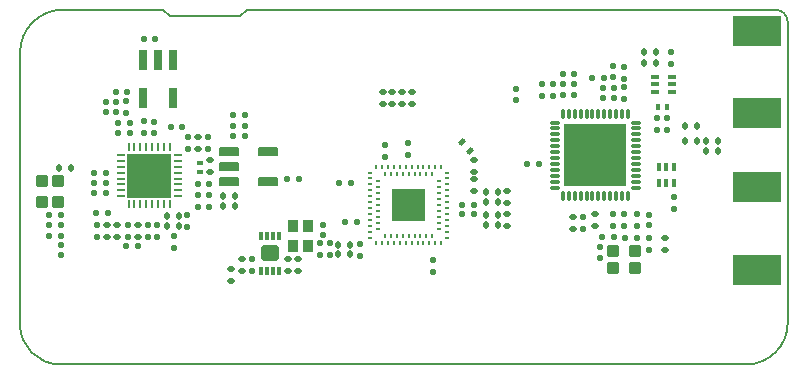
<source format=gbp>
G04*
G04 #@! TF.GenerationSoftware,Altium Limited,CircuitStudio,1.5.2 (30)*
G04*
G04 Layer_Color=16711833*
%FSLAX25Y25*%
%MOIN*%
G70*
G01*
G75*
G04:AMPARAMS|DCode=13|XSize=23.62mil|YSize=17.72mil|CornerRadius=4.43mil|HoleSize=0mil|Usage=FLASHONLY|Rotation=180.000|XOffset=0mil|YOffset=0mil|HoleType=Round|Shape=RoundedRectangle|*
%AMROUNDEDRECTD13*
21,1,0.02362,0.00886,0,0,180.0*
21,1,0.01476,0.01772,0,0,180.0*
1,1,0.00886,-0.00738,0.00443*
1,1,0.00886,0.00738,0.00443*
1,1,0.00886,0.00738,-0.00443*
1,1,0.00886,-0.00738,-0.00443*
%
%ADD13ROUNDEDRECTD13*%
G04:AMPARAMS|DCode=14|XSize=23.62mil|YSize=17.72mil|CornerRadius=4.43mil|HoleSize=0mil|Usage=FLASHONLY|Rotation=270.000|XOffset=0mil|YOffset=0mil|HoleType=Round|Shape=RoundedRectangle|*
%AMROUNDEDRECTD14*
21,1,0.02362,0.00886,0,0,270.0*
21,1,0.01476,0.01772,0,0,270.0*
1,1,0.00886,-0.00443,-0.00738*
1,1,0.00886,-0.00443,0.00738*
1,1,0.00886,0.00443,0.00738*
1,1,0.00886,0.00443,-0.00738*
%
%ADD14ROUNDEDRECTD14*%
G04:AMPARAMS|DCode=16|XSize=21.65mil|YSize=17.72mil|CornerRadius=4.43mil|HoleSize=0mil|Usage=FLASHONLY|Rotation=270.000|XOffset=0mil|YOffset=0mil|HoleType=Round|Shape=RoundedRectangle|*
%AMROUNDEDRECTD16*
21,1,0.02165,0.00886,0,0,270.0*
21,1,0.01280,0.01772,0,0,270.0*
1,1,0.00886,-0.00443,-0.00640*
1,1,0.00886,-0.00443,0.00640*
1,1,0.00886,0.00443,0.00640*
1,1,0.00886,0.00443,-0.00640*
%
%ADD16ROUNDEDRECTD16*%
G04:AMPARAMS|DCode=30|XSize=21.65mil|YSize=17.72mil|CornerRadius=4.43mil|HoleSize=0mil|Usage=FLASHONLY|Rotation=0.000|XOffset=0mil|YOffset=0mil|HoleType=Round|Shape=RoundedRectangle|*
%AMROUNDEDRECTD30*
21,1,0.02165,0.00886,0,0,0.0*
21,1,0.01280,0.01772,0,0,0.0*
1,1,0.00886,0.00640,-0.00443*
1,1,0.00886,-0.00640,-0.00443*
1,1,0.00886,-0.00640,0.00443*
1,1,0.00886,0.00640,0.00443*
%
%ADD30ROUNDEDRECTD30*%
%ADD33R,0.16496X0.10492*%
G04:AMPARAMS|DCode=36|XSize=14.17mil|YSize=23mil|CornerRadius=0.71mil|HoleSize=0mil|Usage=FLASHONLY|Rotation=180.000|XOffset=0mil|YOffset=0mil|HoleType=Round|Shape=RoundedRectangle|*
%AMROUNDEDRECTD36*
21,1,0.01417,0.02158,0,0,180.0*
21,1,0.01276,0.02300,0,0,180.0*
1,1,0.00142,-0.00638,0.01079*
1,1,0.00142,0.00638,0.01079*
1,1,0.00142,0.00638,-0.01079*
1,1,0.00142,-0.00638,-0.01079*
%
%ADD36ROUNDEDRECTD36*%
G04:AMPARAMS|DCode=37|XSize=14.17mil|YSize=23mil|CornerRadius=0.71mil|HoleSize=0mil|Usage=FLASHONLY|Rotation=270.000|XOffset=0mil|YOffset=0mil|HoleType=Round|Shape=RoundedRectangle|*
%AMROUNDEDRECTD37*
21,1,0.01417,0.02158,0,0,270.0*
21,1,0.01276,0.02300,0,0,270.0*
1,1,0.00142,-0.01079,-0.00638*
1,1,0.00142,-0.01079,0.00638*
1,1,0.00142,0.01079,0.00638*
1,1,0.00142,0.01079,-0.00638*
%
%ADD37ROUNDEDRECTD37*%
%ADD54C,0.00500*%
G04:AMPARAMS|DCode=71|XSize=39.37mil|YSize=37.4mil|CornerRadius=1.87mil|HoleSize=0mil|Usage=FLASHONLY|Rotation=90.000|XOffset=0mil|YOffset=0mil|HoleType=Round|Shape=RoundedRectangle|*
%AMROUNDEDRECTD71*
21,1,0.03937,0.03366,0,0,90.0*
21,1,0.03563,0.03740,0,0,90.0*
1,1,0.00374,0.01683,0.01782*
1,1,0.00374,0.01683,-0.01782*
1,1,0.00374,-0.01683,-0.01782*
1,1,0.00374,-0.01683,0.01782*
%
%ADD71ROUNDEDRECTD71*%
G04:AMPARAMS|DCode=72|XSize=39.37mil|YSize=37.4mil|CornerRadius=1.87mil|HoleSize=0mil|Usage=FLASHONLY|Rotation=180.000|XOffset=0mil|YOffset=0mil|HoleType=Round|Shape=RoundedRectangle|*
%AMROUNDEDRECTD72*
21,1,0.03937,0.03366,0,0,180.0*
21,1,0.03563,0.03740,0,0,180.0*
1,1,0.00374,-0.01782,0.01683*
1,1,0.00374,0.01782,0.01683*
1,1,0.00374,0.01782,-0.01683*
1,1,0.00374,-0.01782,-0.01683*
%
%ADD72ROUNDEDRECTD72*%
%ADD73O,0.00984X0.03150*%
%ADD74O,0.03150X0.00984*%
%ADD75R,0.14567X0.14567*%
G04:AMPARAMS|DCode=77|XSize=33.47mil|YSize=11.81mil|CornerRadius=4.72mil|HoleSize=0mil|Usage=FLASHONLY|Rotation=90.000|XOffset=0mil|YOffset=0mil|HoleType=Round|Shape=RoundedRectangle|*
%AMROUNDEDRECTD77*
21,1,0.03347,0.00236,0,0,90.0*
21,1,0.02402,0.01181,0,0,90.0*
1,1,0.00945,0.00118,0.01201*
1,1,0.00945,0.00118,-0.01201*
1,1,0.00945,-0.00118,-0.01201*
1,1,0.00945,-0.00118,0.01201*
%
%ADD77ROUNDEDRECTD77*%
G04:AMPARAMS|DCode=78|XSize=33.47mil|YSize=11.81mil|CornerRadius=4.72mil|HoleSize=0mil|Usage=FLASHONLY|Rotation=180.000|XOffset=0mil|YOffset=0mil|HoleType=Round|Shape=RoundedRectangle|*
%AMROUNDEDRECTD78*
21,1,0.03347,0.00236,0,0,180.0*
21,1,0.02402,0.01181,0,0,180.0*
1,1,0.00945,-0.01201,0.00118*
1,1,0.00945,0.01201,0.00118*
1,1,0.00945,0.01201,-0.00118*
1,1,0.00945,-0.01201,-0.00118*
%
%ADD78ROUNDEDRECTD78*%
G04:AMPARAMS|DCode=80|XSize=15.75mil|YSize=8.66mil|CornerRadius=0.87mil|HoleSize=0mil|Usage=FLASHONLY|Rotation=270.000|XOffset=0mil|YOffset=0mil|HoleType=Round|Shape=RoundedRectangle|*
%AMROUNDEDRECTD80*
21,1,0.01575,0.00693,0,0,270.0*
21,1,0.01402,0.00866,0,0,270.0*
1,1,0.00173,-0.00347,-0.00701*
1,1,0.00173,-0.00347,0.00701*
1,1,0.00173,0.00347,0.00701*
1,1,0.00173,0.00347,-0.00701*
%
%ADD80ROUNDEDRECTD80*%
G04:AMPARAMS|DCode=81|XSize=15.75mil|YSize=8.66mil|CornerRadius=0.87mil|HoleSize=0mil|Usage=FLASHONLY|Rotation=0.000|XOffset=0mil|YOffset=0mil|HoleType=Round|Shape=RoundedRectangle|*
%AMROUNDEDRECTD81*
21,1,0.01575,0.00693,0,0,0.0*
21,1,0.01402,0.00866,0,0,0.0*
1,1,0.00173,0.00701,-0.00347*
1,1,0.00173,-0.00701,-0.00347*
1,1,0.00173,-0.00701,0.00347*
1,1,0.00173,0.00701,0.00347*
%
%ADD81ROUNDEDRECTD81*%
G04:AMPARAMS|DCode=82|XSize=57.09mil|YSize=53.15mil|CornerRadius=5.32mil|HoleSize=0mil|Usage=FLASHONLY|Rotation=180.000|XOffset=0mil|YOffset=0mil|HoleType=Round|Shape=RoundedRectangle|*
%AMROUNDEDRECTD82*
21,1,0.05709,0.04252,0,0,180.0*
21,1,0.04646,0.05315,0,0,180.0*
1,1,0.01063,-0.02323,0.02126*
1,1,0.01063,0.02323,0.02126*
1,1,0.01063,0.02323,-0.02126*
1,1,0.01063,-0.02323,-0.02126*
%
%ADD82ROUNDEDRECTD82*%
G04:AMPARAMS|DCode=83|XSize=29.53mil|YSize=11.81mil|CornerRadius=2.95mil|HoleSize=0mil|Usage=FLASHONLY|Rotation=270.000|XOffset=0mil|YOffset=0mil|HoleType=Round|Shape=RoundedRectangle|*
%AMROUNDEDRECTD83*
21,1,0.02953,0.00591,0,0,270.0*
21,1,0.02363,0.01181,0,0,270.0*
1,1,0.00591,-0.00295,-0.01181*
1,1,0.00591,-0.00295,0.01181*
1,1,0.00591,0.00295,0.01181*
1,1,0.00591,0.00295,-0.01181*
%
%ADD83ROUNDEDRECTD83*%
G04:AMPARAMS|DCode=84|XSize=25.59mil|YSize=13.78mil|CornerRadius=1.38mil|HoleSize=0mil|Usage=FLASHONLY|Rotation=180.000|XOffset=0mil|YOffset=0mil|HoleType=Round|Shape=RoundedRectangle|*
%AMROUNDEDRECTD84*
21,1,0.02559,0.01102,0,0,180.0*
21,1,0.02284,0.01378,0,0,180.0*
1,1,0.00276,-0.01142,0.00551*
1,1,0.00276,0.01142,0.00551*
1,1,0.00276,0.01142,-0.00551*
1,1,0.00276,-0.01142,-0.00551*
%
%ADD84ROUNDEDRECTD84*%
G04:AMPARAMS|DCode=85|XSize=25.59mil|YSize=13.78mil|CornerRadius=1.38mil|HoleSize=0mil|Usage=FLASHONLY|Rotation=90.000|XOffset=0mil|YOffset=0mil|HoleType=Round|Shape=RoundedRectangle|*
%AMROUNDEDRECTD85*
21,1,0.02559,0.01102,0,0,90.0*
21,1,0.02284,0.01378,0,0,90.0*
1,1,0.00276,0.00551,0.01142*
1,1,0.00276,0.00551,-0.01142*
1,1,0.00276,-0.00551,-0.01142*
1,1,0.00276,-0.00551,0.01142*
%
%ADD85ROUNDEDRECTD85*%
G04:AMPARAMS|DCode=86|XSize=23.62mil|YSize=17.72mil|CornerRadius=4.43mil|HoleSize=0mil|Usage=FLASHONLY|Rotation=225.000|XOffset=0mil|YOffset=0mil|HoleType=Round|Shape=RoundedRectangle|*
%AMROUNDEDRECTD86*
21,1,0.02362,0.00886,0,0,225.0*
21,1,0.01476,0.01772,0,0,225.0*
1,1,0.00886,-0.00835,-0.00209*
1,1,0.00886,0.00209,0.00835*
1,1,0.00886,0.00835,0.00209*
1,1,0.00886,-0.00209,-0.00835*
%
%ADD86ROUNDEDRECTD86*%
G04:AMPARAMS|DCode=87|XSize=64.96mil|YSize=29.92mil|CornerRadius=1.5mil|HoleSize=0mil|Usage=FLASHONLY|Rotation=90.000|XOffset=0mil|YOffset=0mil|HoleType=Round|Shape=RoundedRectangle|*
%AMROUNDEDRECTD87*
21,1,0.06496,0.02693,0,0,90.0*
21,1,0.06197,0.02992,0,0,90.0*
1,1,0.00299,0.01347,0.03098*
1,1,0.00299,0.01347,-0.03098*
1,1,0.00299,-0.01347,-0.03098*
1,1,0.00299,-0.01347,0.03098*
%
%ADD87ROUNDEDRECTD87*%
G04:AMPARAMS|DCode=88|XSize=35.43mil|YSize=43.31mil|CornerRadius=0.89mil|HoleSize=0mil|Usage=FLASHONLY|Rotation=0.000|XOffset=0mil|YOffset=0mil|HoleType=Round|Shape=RoundedRectangle|*
%AMROUNDEDRECTD88*
21,1,0.03543,0.04154,0,0,0.0*
21,1,0.03366,0.04331,0,0,0.0*
1,1,0.00177,0.01683,-0.02077*
1,1,0.00177,-0.01683,-0.02077*
1,1,0.00177,-0.01683,0.02077*
1,1,0.00177,0.01683,0.02077*
%
%ADD88ROUNDEDRECTD88*%
G04:AMPARAMS|DCode=89|XSize=65mil|YSize=30mil|CornerRadius=3mil|HoleSize=0mil|Usage=FLASHONLY|Rotation=180.000|XOffset=0mil|YOffset=0mil|HoleType=Round|Shape=RoundedRectangle|*
%AMROUNDEDRECTD89*
21,1,0.06500,0.02400,0,0,180.0*
21,1,0.05900,0.03000,0,0,180.0*
1,1,0.00600,-0.02950,0.01200*
1,1,0.00600,0.02950,0.01200*
1,1,0.00600,0.02950,-0.01200*
1,1,0.00600,-0.02950,-0.01200*
%
%ADD89ROUNDEDRECTD89*%
G04:AMPARAMS|DCode=98|XSize=21.62mil|YSize=17.69mil|CornerRadius=3.92mil|HoleSize=0mil|Usage=FLASHONLY|Rotation=0.000|XOffset=0mil|YOffset=0mil|HoleType=Round|Shape=RoundedRectangle|*
%AMROUNDEDRECTD98*
21,1,0.02162,0.00984,0,0,0.0*
21,1,0.01378,0.01769,0,0,0.0*
1,1,0.00784,0.00689,-0.00492*
1,1,0.00784,-0.00689,-0.00492*
1,1,0.00784,-0.00689,0.00492*
1,1,0.00784,0.00689,0.00492*
%
%ADD98ROUNDEDRECTD98*%
G04:AMPARAMS|DCode=99|XSize=21.62mil|YSize=17.69mil|CornerRadius=3.92mil|HoleSize=0mil|Usage=FLASHONLY|Rotation=90.000|XOffset=0mil|YOffset=0mil|HoleType=Round|Shape=RoundedRectangle|*
%AMROUNDEDRECTD99*
21,1,0.02162,0.00984,0,0,90.0*
21,1,0.01378,0.01769,0,0,90.0*
1,1,0.00784,0.00492,0.00689*
1,1,0.00784,0.00492,-0.00689*
1,1,0.00784,-0.00492,-0.00689*
1,1,0.00784,-0.00492,0.00689*
%
%ADD99ROUNDEDRECTD99*%
G04:AMPARAMS|DCode=159|XSize=208.66mil|YSize=208.66mil|CornerRadius=0mil|HoleSize=0mil|Usage=FLASHONLY|Rotation=90.000|XOffset=0mil|YOffset=0mil|HoleType=Round|Shape=RoundedRectangle|*
%AMROUNDEDRECTD159*
21,1,0.20866,0.20866,0,0,90.0*
21,1,0.20866,0.20866,0,0,90.0*
1,1,0.00000,0.10433,0.10433*
1,1,0.00000,0.10433,-0.10433*
1,1,0.00000,-0.10433,-0.10433*
1,1,0.00000,-0.10433,0.10433*
%
%ADD159ROUNDEDRECTD159*%
G36*
X1169657Y747120D02*
X1158698D01*
Y758079D01*
X1169657D01*
Y747120D01*
D02*
G37*
D13*
X1249476Y737681D02*
D03*
Y741681D02*
D03*
X1124026Y734711D02*
D03*
Y730711D02*
D03*
X1127216Y734671D02*
D03*
Y730671D02*
D03*
X1108586Y734741D02*
D03*
Y730741D02*
D03*
X1165316Y786401D02*
D03*
Y790401D02*
D03*
X1161956Y786401D02*
D03*
Y790401D02*
D03*
X1158716Y786391D02*
D03*
Y790391D02*
D03*
X1155536Y786411D02*
D03*
Y790411D02*
D03*
X1196956Y753243D02*
D03*
Y757243D02*
D03*
X1196956Y745566D02*
D03*
Y749566D02*
D03*
X1218876Y748681D02*
D03*
Y744681D02*
D03*
X1186080Y763761D02*
D03*
Y767761D02*
D03*
X1185953Y757245D02*
D03*
Y761245D02*
D03*
X1104976Y727281D02*
D03*
Y731281D02*
D03*
X1073876Y746081D02*
D03*
Y742081D02*
D03*
X1067076D02*
D03*
Y746081D02*
D03*
X1094076Y775181D02*
D03*
Y771181D02*
D03*
X1063576Y746081D02*
D03*
Y742081D02*
D03*
X1226425Y745604D02*
D03*
Y749604D02*
D03*
X1097976Y767581D02*
D03*
Y763581D02*
D03*
D14*
X1246776Y800081D02*
D03*
X1242776D02*
D03*
X1246776Y803581D02*
D03*
X1242776D02*
D03*
X1102176Y755581D02*
D03*
X1106176D02*
D03*
X1051556Y764911D02*
D03*
X1047556D02*
D03*
X1260176Y778981D02*
D03*
X1256176D02*
D03*
X1260176Y773981D02*
D03*
X1256176D02*
D03*
X1267176Y770581D02*
D03*
X1263176D02*
D03*
X1267176Y773881D02*
D03*
X1263176D02*
D03*
X1190059Y756795D02*
D03*
X1194059D02*
D03*
X1190035Y753557D02*
D03*
X1194035D02*
D03*
X1190059Y749118D02*
D03*
X1194059D02*
D03*
X1083587Y745486D02*
D03*
X1087587D02*
D03*
X1102176Y752281D02*
D03*
X1106176D02*
D03*
X1190059Y745870D02*
D03*
X1194059D02*
D03*
X1140566Y739411D02*
D03*
X1144566D02*
D03*
X1083587Y749029D02*
D03*
X1087587D02*
D03*
X1140576Y736181D02*
D03*
X1144576D02*
D03*
D16*
X1063203Y783681D02*
D03*
X1066549D02*
D03*
X1063203Y786981D02*
D03*
X1066549D02*
D03*
D30*
X1135766Y742534D02*
D03*
Y745880D02*
D03*
X1048275Y739354D02*
D03*
Y736007D02*
D03*
X1244141Y745931D02*
D03*
Y749277D02*
D03*
X1232330Y798785D02*
D03*
Y795439D02*
D03*
D33*
X1280174Y758448D02*
D03*
Y730948D02*
D03*
Y810614D02*
D03*
Y783114D02*
D03*
D36*
X1247176Y785281D02*
D03*
X1250176D02*
D03*
D37*
X1094576Y763681D02*
D03*
Y766681D02*
D03*
D54*
X1276749Y699502D02*
G03*
X1290528Y713281I0J13780D01*
G01*
X1034623Y712769D02*
G03*
X1047891Y699502I13268J0D01*
G01*
X1048995Y817730D02*
G03*
X1034623Y803358I0J-14372D01*
G01*
X1290528Y813564D02*
G03*
X1286362Y817730I-4166J0D01*
G01*
X1047891Y699502D02*
X1276749Y699502D01*
X1034623Y712769D02*
X1034623Y796470D01*
X1290528Y718006D02*
Y767631D01*
X1084591Y815466D02*
X1107961D01*
X1034623Y796470D02*
Y803358D01*
X1290528Y713281D02*
Y718006D01*
X1110224Y817730D02*
X1286362D01*
X1290528Y767631D02*
Y813564D01*
X1082327Y817730D02*
X1084591Y815466D01*
X1048995Y817730D02*
X1082327D01*
X1107961Y815466D02*
X1110224Y817730D01*
D71*
X1047398Y753458D02*
D03*
X1041887D02*
D03*
Y760742D02*
D03*
X1047398D02*
D03*
D72*
X1239717Y737237D02*
D03*
Y731725D02*
D03*
X1232434D02*
D03*
Y737237D02*
D03*
D73*
X1084603Y752868D02*
D03*
X1082635D02*
D03*
X1080666D02*
D03*
X1078698D02*
D03*
X1076729D02*
D03*
X1074761D02*
D03*
X1072792D02*
D03*
X1070824D02*
D03*
Y771962D02*
D03*
X1072792D02*
D03*
X1074761D02*
D03*
X1076729D02*
D03*
X1078698D02*
D03*
X1080666D02*
D03*
X1082635D02*
D03*
X1084603D02*
D03*
D74*
X1068166Y755525D02*
D03*
Y757494D02*
D03*
Y759462D02*
D03*
Y761431D02*
D03*
Y763399D02*
D03*
Y765368D02*
D03*
Y767336D02*
D03*
Y769305D02*
D03*
X1087261D02*
D03*
Y767336D02*
D03*
Y765368D02*
D03*
Y763399D02*
D03*
Y761431D02*
D03*
Y759462D02*
D03*
Y757494D02*
D03*
Y755525D02*
D03*
D75*
X1077713Y762415D02*
D03*
D77*
X1237251Y782840D02*
D03*
X1235283D02*
D03*
X1233314D02*
D03*
X1231346D02*
D03*
X1229377D02*
D03*
X1227409D02*
D03*
X1225440D02*
D03*
X1223472D02*
D03*
X1221503D02*
D03*
X1219535D02*
D03*
X1217566D02*
D03*
X1215598D02*
D03*
Y755675D02*
D03*
X1217566D02*
D03*
X1219535D02*
D03*
X1221503D02*
D03*
X1223472D02*
D03*
X1225440D02*
D03*
X1227409D02*
D03*
X1229377D02*
D03*
X1231346D02*
D03*
X1233314D02*
D03*
X1235283D02*
D03*
X1237251D02*
D03*
D78*
X1212842Y780084D02*
D03*
Y778116D02*
D03*
Y776147D02*
D03*
Y774179D02*
D03*
Y772210D02*
D03*
Y770242D02*
D03*
Y768273D02*
D03*
Y766305D02*
D03*
Y764336D02*
D03*
Y762368D02*
D03*
Y760399D02*
D03*
Y758431D02*
D03*
X1240007D02*
D03*
Y760399D02*
D03*
Y762368D02*
D03*
Y764336D02*
D03*
Y766305D02*
D03*
Y768273D02*
D03*
Y770242D02*
D03*
Y772210D02*
D03*
Y774179D02*
D03*
Y776147D02*
D03*
Y778116D02*
D03*
Y780084D02*
D03*
D80*
X1172050Y762837D02*
D03*
X1170081D02*
D03*
X1168113D02*
D03*
X1166144D02*
D03*
X1164176D02*
D03*
X1162207D02*
D03*
X1160239D02*
D03*
X1158270D02*
D03*
X1156302D02*
D03*
Y742365D02*
D03*
X1158270D02*
D03*
X1160239D02*
D03*
X1162207D02*
D03*
X1164176D02*
D03*
X1166144D02*
D03*
X1168113D02*
D03*
X1170081D02*
D03*
X1172050D02*
D03*
X1175002Y765396D02*
D03*
X1173034D02*
D03*
X1171065D02*
D03*
X1169097D02*
D03*
X1167128D02*
D03*
X1165160D02*
D03*
X1163191D02*
D03*
X1161223D02*
D03*
X1159254D02*
D03*
X1157286D02*
D03*
X1155317D02*
D03*
X1153349D02*
D03*
Y739806D02*
D03*
X1155317D02*
D03*
X1157286D02*
D03*
X1159254D02*
D03*
X1161223D02*
D03*
X1163191D02*
D03*
X1165160D02*
D03*
X1167128D02*
D03*
X1169097D02*
D03*
X1171065D02*
D03*
X1173034D02*
D03*
X1175002D02*
D03*
D81*
X1153939Y760475D02*
D03*
Y758507D02*
D03*
Y756538D02*
D03*
Y754570D02*
D03*
Y752601D02*
D03*
Y750633D02*
D03*
Y748664D02*
D03*
Y746696D02*
D03*
Y744727D02*
D03*
X1174412D02*
D03*
Y746696D02*
D03*
Y748664D02*
D03*
Y750633D02*
D03*
Y752601D02*
D03*
Y754570D02*
D03*
Y756538D02*
D03*
Y758507D02*
D03*
Y760475D02*
D03*
X1151380Y763428D02*
D03*
Y761459D02*
D03*
Y759491D02*
D03*
Y757522D02*
D03*
Y755554D02*
D03*
Y753585D02*
D03*
Y751617D02*
D03*
Y749648D02*
D03*
Y747680D02*
D03*
Y745711D02*
D03*
Y743743D02*
D03*
Y741774D02*
D03*
X1176971D02*
D03*
Y743743D02*
D03*
Y745711D02*
D03*
Y747680D02*
D03*
Y749648D02*
D03*
Y751617D02*
D03*
Y753585D02*
D03*
Y755554D02*
D03*
Y757522D02*
D03*
Y759491D02*
D03*
Y761459D02*
D03*
Y763428D02*
D03*
D82*
X1117936Y736511D02*
D03*
D83*
X1114983Y730605D02*
D03*
X1116952D02*
D03*
X1118920D02*
D03*
X1120889D02*
D03*
Y742417D02*
D03*
X1118920D02*
D03*
X1116952D02*
D03*
X1114983D02*
D03*
D84*
X1251832Y795340D02*
D03*
Y792781D02*
D03*
Y790222D02*
D03*
X1246320Y795340D02*
D03*
Y792781D02*
D03*
Y790222D02*
D03*
D85*
X1252635Y759925D02*
D03*
X1250076D02*
D03*
X1247517D02*
D03*
X1252635Y765437D02*
D03*
X1250076D02*
D03*
X1247517D02*
D03*
D86*
X1181909Y773475D02*
D03*
X1184738Y770646D02*
D03*
D87*
X1080792Y801006D02*
D03*
X1085792D02*
D03*
X1075792D02*
D03*
X1085792Y788250D02*
D03*
X1075792D02*
D03*
D88*
X1130735Y745627D02*
D03*
X1125616D02*
D03*
Y738935D02*
D03*
X1130735D02*
D03*
D89*
X1104433Y760368D02*
D03*
Y765368D02*
D03*
Y770368D02*
D03*
X1117333Y760368D02*
D03*
Y770368D02*
D03*
D98*
X1236076Y798550D02*
D03*
Y794613D02*
D03*
X1137806Y739940D02*
D03*
Y736003D02*
D03*
X1134506Y739920D02*
D03*
Y735983D02*
D03*
X1199991Y787484D02*
D03*
Y791421D02*
D03*
X1085876Y738413D02*
D03*
Y742350D02*
D03*
X1090776Y775150D02*
D03*
Y771213D02*
D03*
X1111976Y730743D02*
D03*
Y734680D02*
D03*
X1244141Y741698D02*
D03*
Y737761D02*
D03*
X1240204Y745635D02*
D03*
Y749572D02*
D03*
X1236076Y787913D02*
D03*
Y791850D02*
D03*
X1247103Y777572D02*
D03*
Y781509D02*
D03*
X1222276Y744713D02*
D03*
Y748650D02*
D03*
X1232330Y749572D02*
D03*
Y745635D02*
D03*
X1212251Y792879D02*
D03*
Y788942D02*
D03*
X1208708D02*
D03*
Y792879D02*
D03*
X1097376Y775150D02*
D03*
Y771213D02*
D03*
X1156175Y768727D02*
D03*
Y772664D02*
D03*
X1147876Y739550D02*
D03*
Y735613D02*
D03*
X1172376Y734150D02*
D03*
Y730213D02*
D03*
X1164032Y773242D02*
D03*
Y769305D02*
D03*
X1060176Y746050D02*
D03*
Y742113D02*
D03*
X1076076Y780450D02*
D03*
Y776513D02*
D03*
X1079239Y780427D02*
D03*
Y776490D02*
D03*
X1070479Y746027D02*
D03*
Y742090D02*
D03*
X1077172D02*
D03*
Y746027D02*
D03*
X1080322Y742090D02*
D03*
Y746027D02*
D03*
X1227976Y738750D02*
D03*
Y734813D02*
D03*
X1090410Y745289D02*
D03*
Y749226D02*
D03*
X1069876Y787250D02*
D03*
Y783313D02*
D03*
X1252676Y755350D02*
D03*
Y751413D02*
D03*
X1236070Y749572D02*
D03*
Y745635D02*
D03*
X1250253Y777572D02*
D03*
Y781509D02*
D03*
X1251631Y799620D02*
D03*
Y803557D02*
D03*
D99*
X1048344Y749181D02*
D03*
X1044407D02*
D03*
X1070444Y790381D02*
D03*
X1066507D02*
D03*
X1048344Y742381D02*
D03*
X1044407D02*
D03*
X1048344Y745781D02*
D03*
X1044407D02*
D03*
X1059207Y763381D02*
D03*
X1063144D02*
D03*
X1240204Y741698D02*
D03*
X1236267D02*
D03*
X1232527Y741895D02*
D03*
X1228590D02*
D03*
X1207724Y766305D02*
D03*
X1203787D02*
D03*
X1229144Y794981D02*
D03*
X1225207D02*
D03*
X1219444Y789181D02*
D03*
X1215507D02*
D03*
X1219444Y792781D02*
D03*
X1215507D02*
D03*
X1232744Y791681D02*
D03*
X1228807D02*
D03*
X1232744Y788181D02*
D03*
X1228807D02*
D03*
X1215507Y796381D02*
D03*
X1219444D02*
D03*
X1144944Y759781D02*
D03*
X1141007D02*
D03*
X1143107Y747081D02*
D03*
X1147044D02*
D03*
X1063146Y760053D02*
D03*
X1059209D02*
D03*
X1059207Y756681D02*
D03*
X1063144D02*
D03*
X1060007Y750081D02*
D03*
X1063944D02*
D03*
X1074022Y738940D02*
D03*
X1070085D02*
D03*
X1097792Y759757D02*
D03*
X1093855D02*
D03*
X1084807Y778681D02*
D03*
X1088744D02*
D03*
X1067207Y776581D02*
D03*
X1071144D02*
D03*
X1067207Y779981D02*
D03*
X1071144D02*
D03*
X1097792Y755919D02*
D03*
X1093855D02*
D03*
X1097792Y752080D02*
D03*
X1093855D02*
D03*
X1127615Y761234D02*
D03*
X1123678D02*
D03*
X1079780Y807887D02*
D03*
X1075843D02*
D03*
X1109603Y782494D02*
D03*
X1105666D02*
D03*
X1109603Y779049D02*
D03*
X1105666D02*
D03*
X1109579Y775662D02*
D03*
X1105642D02*
D03*
X1182007Y749481D02*
D03*
X1185944D02*
D03*
Y752681D02*
D03*
X1182007D02*
D03*
D159*
X1226425Y769257D02*
D03*
M02*

</source>
